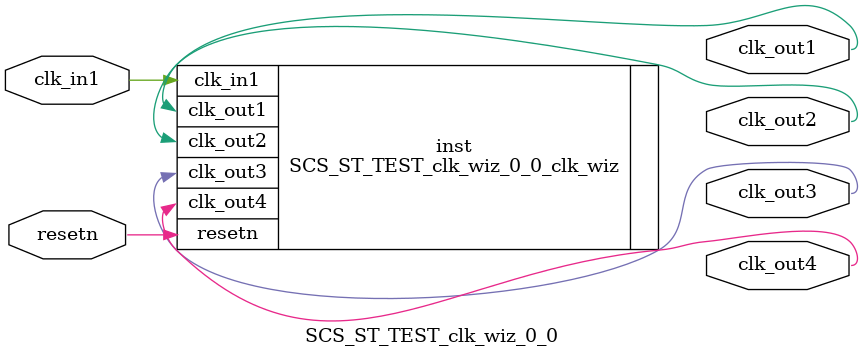
<source format=v>


`timescale 1ps/1ps

(* CORE_GENERATION_INFO = "SCS_ST_TEST_clk_wiz_0_0,clk_wiz_v6_0_3_0_0,{component_name=SCS_ST_TEST_clk_wiz_0_0,use_phase_alignment=true,use_min_o_jitter=true,use_max_i_jitter=false,use_dyn_phase_shift=false,use_inclk_switchover=false,use_dyn_reconfig=false,enable_axi=0,feedback_source=FDBK_AUTO,PRIMITIVE=MMCM,num_out_clk=4,clkin1_period=10.000,clkin2_period=10.000,use_power_down=false,use_reset=true,use_locked=false,use_inclk_stopped=false,feedback_type=SINGLE,CLOCK_MGR_TYPE=NA,manual_override=false}" *)

module SCS_ST_TEST_clk_wiz_0_0 
 (
  // Clock out ports
  output        clk_out1,
  output        clk_out2,
  output        clk_out3,
  output        clk_out4,
  // Status and control signals
  input         resetn,
 // Clock in ports
  input         clk_in1
 );

  SCS_ST_TEST_clk_wiz_0_0_clk_wiz inst
  (
  // Clock out ports  
  .clk_out1(clk_out1),
  .clk_out2(clk_out2),
  .clk_out3(clk_out3),
  .clk_out4(clk_out4),
  // Status and control signals               
  .resetn(resetn), 
 // Clock in ports
  .clk_in1(clk_in1)
  );

endmodule

</source>
